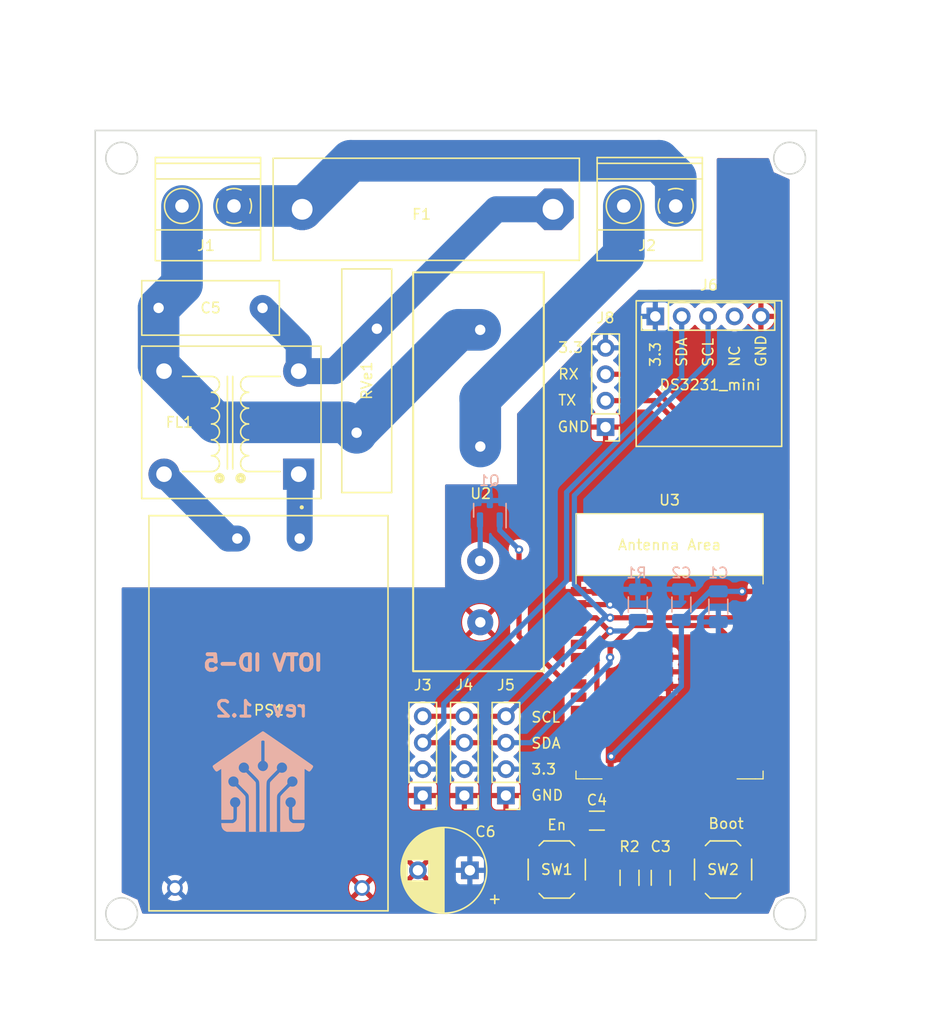
<source format=kicad_pcb>
(kicad_pcb (version 20240108) (generator "pcbnew") (generator_version "8.0")
  (title_block (title "IOTV_ID-5") (date "2023-08-15") (rev "3") (company "Вербкин М.С."))
  (layers (0 "F.Cu" signal) (31 "B.Cu" signal) (34 "B.Paste" user) (35 "F.Paste" user) (36 "B.SilkS" user "B.Silkscreen") (37 "F.SilkS" user "F.Silkscreen") (38 "B.Mask" user) (39 "F.Mask" user) (44 "Edge.Cuts" user))
  (net 0 "")
  (net 1 "GND")
  (net 2 "+3.3V")
  (net 3 "~220")
  (net 4 "EN")
  (net 5 "Net-(C4-Pad1)")
  (net 6 "SDA")
  (net 7 "SCL")
  (net 8 "SSD-1")
  (net 9 "Net-(J1-Pin_1)")
  (net 10 "Net-(PS1-AC2)")
  (net 11 "Net-(PS1-AC1)")
  (net 12 "SSD-2")
  (net 14 "U0TX")
  (net 15 "U0RX")
  (net 16 "GPIO0")
  (net 17 "ssr+")
  (net 18 "GPIO32")
  (footprint "Capacitor_THT:C_Rect_L13.0mm_W5.0mm_P10.00mm_FKS3_FKP3_MKS4" (layer "F.Cu") (at 117.694 67.998 180)
    (property "Reference" "C5" (at 5 0 0) (layer "F.SilkS"))
    (property "Value" "C_Generic")
    (pad "1" thru_hole circle (at 0 0 180) (size 2 2) (drill 1) (layers "*.Cu" "*.Mask") (net 3 "~220"))
    (pad "2" thru_hole circle (at 10 0 180) (size 2 2) (drill 1) (layers "*.Cu" "*.Mask") (net 8 "SSD-1"))
  )
  (footprint "Connector_PinHeader_2.54mm:PinHeader_1x04_P2.54mm_Vertical" (layer "F.Cu") (at 150.693 79.454 180)
    (property "Reference" "J8" (at 0 10.5 0) (layer "F.SilkS"))
    (property "Value" "UART")
    (pad "1" thru_hole rect (at 0 0 180) (size 1.7 1.7) (drill 1) (layers "*.Cu" "*.Mask") (net 1 "GND"))
    (pad "2" thru_hole oval (at 0 2.54 180) (size 1.7 1.7) (drill 1) (layers "*.Cu" "*.Mask") (net 14 "U0TX"))
    (pad "3" thru_hole oval (at 0 5.08 180) (size 1.7 1.7) (drill 1) (layers "*.Cu" "*.Mask") (net 15 "U0RX"))
    (pad "4" thru_hole oval (at 0 7.62 180) (size 1.7 1.7) (drill 1) (layers "*.Cu" "*.Mask") (net 2 "+3.3V"))
  )
  (footprint "Button_Switch_SMD:SW_SPST_TL3342" (layer "F.Cu") (at 162 121.998)
    (property "Reference" "SW2" (at 0 0 0) (layer "F.SilkS"))
    (property "Value" "Boot")
    (pad "1" smd rect (at -3.15 -1.9) (size 1.7 1) (layers "F.Cu" "F.Paste" "F.Mask") (net 16 "GPIO0"))
    (pad "1" smd rect (at 3.15 -1.9) (size 1.7 1) (layers "F.Cu" "F.Paste" "F.Mask") (net 16 "GPIO0"))
    (pad "2" smd rect (at -3.15 1.9) (size 1.7 1) (layers "F.Cu" "F.Paste" "F.Mask") (net 1 "GND"))
    (pad "2" smd rect (at 3.15 1.9) (size 1.7 1) (layers "F.Cu" "F.Paste" "F.Mask") (net 1 "GND"))
  )
  (footprint "Connector_PinHeader_2.54mm:PinHeader_1x04_P2.54mm_Vertical" (layer "F.Cu") (at 133.1092 114.8842 180)
    (property "Reference" "J3" (at 0 10.62 180) (layer "F.SilkS"))
    (property "Value" "Conn_01x04")
    (pad "1" thru_hole rect (at 0 0 180) (size 1.7 1.7) (drill 1) (layers "*.Cu" "*.Mask") (net 1 "GND"))
    (pad "2" thru_hole oval (at 0 2.54 180) (size 1.7 1.7) (drill 1) (layers "*.Cu" "*.Mask") (net 2 "+3.3V"))
    (pad "3" thru_hole oval (at 0 5.08 180) (size 1.7 1.7) (drill 1) (layers "*.Cu" "*.Mask") (net 6 "SDA"))
    (pad "4" thru_hole oval (at 0 7.62 180) (size 1.7 1.7) (drill 1) (layers "*.Cu" "*.Mask") (net 7 "SCL"))
  )
  (footprint "Connector_PinHeader_2.54mm:PinHeader_1x04_P2.54mm_Vertical" (layer "F.Cu") (at 141.1092 114.8842 180)
    (property "Reference" "J5" (at 0 10.62 180) (layer "F.SilkS"))
    (property "Value" "Conn_01x04")
    (pad "1" thru_hole rect (at 0 0 180) (size 1.7 1.7) (drill 1) (layers "*.Cu" "*.Mask") (net 1 "GND"))
    (pad "2" thru_hole oval (at 0 2.54 180) (size 1.7 1.7) (drill 1) (layers "*.Cu" "*.Mask") (net 2 "+3.3V"))
    (pad "3" thru_hole oval (at 0 5.08 180) (size 1.7 1.7) (drill 1) (layers "*.Cu" "*.Mask") (net 6 "SDA"))
    (pad "4" thru_hole oval (at 0 7.62 180) (size 1.7 1.7) (drill 1) (layers "*.Cu" "*.Mask") (net 7 "SCL"))
  )
  (footprint "Capacitor_SMD:C_1206_3216Metric" (layer "F.Cu") (at 149.86 117.2972 180)
    (property "Reference" "C4" (at 0 1.9812 0) (layer "F.SilkS"))
    (property "Value" "C_Generic")
    (pad "1" smd roundrect (at -1.475 0 180) (size 1.15 1.8) (layers "F.Cu" "F.Paste" "F.Mask") (roundrect_rratio 0.2173913043) (net 5 "Net-(C4-Pad1)"))
    (pad "2" smd roundrect (at 1.475 0 180) (size 1.15 1.8) (layers "F.Cu" "F.Paste" "F.Mask") (roundrect_rratio 0.2173913043) (net 1 "GND"))
  )
  (footprint "Fuse:Fuseholder_Cylinder-5x20mm_Schurter_0031_8201_Horizontal_Open_v2" (layer "F.Cu") (at 121.506 58.513)
    (property "Reference" "F1" (at 11.489 0.485 0) (layer "F.SilkS"))
    (property "Value" "0.5")
    (pad "1" thru_hole circle (at 0 0) (size 4 4) (drill 2) (layers "*.Cu" "*.Mask") (net 9 "Net-(J1-Pin_1)"))
    (pad "2" thru_hole custom (at 24.13 0) (size 4 4) (drill 2) (layers "*.Cu" "*.Mask") (net 3 "~220") (options (clearance convexhull) (anchor circle)) (primitives (gr_poly (pts (xy 1.95 0.807717) (xy 0.807717 1.95) (xy -0.807717 1.95) (xy -1.95 0.807717) (xy -1.95 -0.807717) (xy -0.807717 -1.95) (xy 0.807717 -1.95) (xy 1.95 -0.807717)) (width 0.1) (fill yes))))
  )
  (footprint "HLK-5M05:CONV_HLK-5M05" (layer "F.Cu") (at 118.2652 106.97 -90)
    (property "Reference" "PS1" (at -0.29 -0.048 0) (layer "F.SilkS"))
    (property "Value" "HLK-5M05")
    (pad "1" thru_hole circle (at -16.8 -3 270) (size 2 2) (drill 1) (layers "*.Cu" "*.Mask") (net 11 "Net-(PS1-AC1)"))
    (pad "2" thru_hole circle (at -16.8 3 270) (size 2 2) (drill 1) (layers "*.Cu" "*.Mask") (net 10 "Net-(PS1-AC2)"))
    (pad "3" thru_hole circle (at 16.8 -9 270) (size 1.5 1.5) (drill 1) (layers "*.Cu" "*.Mask") (net 1 "GND"))
    (pad "4" thru_hole circle (at 16.8 9 270) (size 1.5 1.5) (drill 1) (layers "*.Cu" "*.Mask") (net 2 "+3.3V"))
  )
  (footprint "Resistor_SMD:R_1206_3216Metric" (layer "F.Cu") (at 153 122.794 90)
    (property "Reference" "R2" (at 3 0 0) (layer "F.SilkS"))
    (property "Value" "5K")
    (pad "1" smd roundrect (at -1.4625 0 90) (size 1.125 1.75) (layers "F.Cu" "F.Paste" "F.Mask") (roundrect_rratio 0.2222222222) (net 5 "Net-(C4-Pad1)"))
    (pad "2" smd roundrect (at 1.4625 0 90) (size 1.125 1.75) (layers "F.Cu" "F.Paste" "F.Mask") (roundrect_rratio 0.2222222222) (net 4 "EN"))
  )
  (footprint "Library:G7DA-28" (layer "F.Cu") (at 139.2682 77.724 -90)
    (property "Reference" "U2" (at 8.128 0.5842 0) (layer "F.SilkS"))
    (property "Value" "G7DA-28 (Z)D3 8A/240V (3-32V)")
    (pad "11" thru_hole circle (at -7.62 0.635 270) (size 2.5 2.5) (drill 1) (layers "*.Cu" "*.Mask") (net 8 "SSD-1"))
    (pad "14" thru_hole circle (at 3.6 0.625 270) (size 2.5 2.5) (drill 1) (layers "*.Cu" "*.Mask") (net 12 "SSD-2"))
    (pad "A1" thru_hole circle (at 14.605 0.635 270) (size 2.5 2.5) (drill 1) (layers "*.Cu" "*.Mask") (net 17 "ssr+"))
    (pad "A2" thru_hole circle (at 20.5 0.625 270) (size 2.5 2.5) (drill 1) (layers "*.Cu" "*.Mask") (net 1 "GND"))
  )
  (footprint "TerminalBlock_Phoenix:TerminalBlock_Phoenix_MKDS-1,5-2_1x02_P5.00mm_Horizontal" (layer "F.Cu") (at 114.944 58.193 180)
    (property "Reference" "J1" (at 2.691 -3.805 0) (layer "F.SilkS"))
    (property "Value" "Screw_Terminal_01x02")
    (pad "1" thru_hole rect (at 0 0 180) (size 2.6 2.6) (drill 1.3) (layers "*.Cu" "*.Mask") (net 9 "Net-(J1-Pin_1)"))
    (pad "2" thru_hole circle (at 5 0 180) (size 2.6 2.6) (drill 1.3) (layers "*.Cu" "*.Mask") (net 8 "SSD-1"))
  )
  (footprint "Connector_PinHeader_2.54mm:PinHeader_1x04_P2.54mm_Vertical" (layer "F.Cu") (at 137.1092 114.8842 180)
    (property "Reference" "J4" (at 0 10.62 180) (layer "F.SilkS"))
    (property "Value" "Conn_01x04")
    (pad "1" thru_hole rect (at 0 0 180) (size 1.7 1.7) (drill 1) (layers "*.Cu" "*.Mask") (net 1 "GND"))
    (pad "2" thru_hole oval (at 0 2.54 180) (size 1.7 1.7) (drill 1) (layers "*.Cu" "*.Mask") (net 2 "+3.3V"))
    (pad "3" thru_hole oval (at 0 5.08 180) (size 1.7 1.7) (drill 1) (layers "*.Cu" "*.Mask") (net 6 "SDA"))
    (pad "4" thru_hole oval (at 0 7.62 180) (size 1.7 1.7) (drill 1) (layers "*.Cu" "*.Mask") (net 7 "SCL"))
  )
  (footprint "Button_Switch_SMD:SW_SPST_TL3342" (layer "F.Cu") (at 146 121.998)
    (property "Reference" "SW1" (at 0 0 0) (layer "F.SilkS"))
    (property "Value" "RST")
    (pad "1" smd rect (at -3.15 -1.9) (size 1.7 1) (layers "F.Cu" "F.Paste" "F.Mask") (net 5 "Net-(C4-Pad1)"))
    (pad "1" smd rect (at 3.15 -1.9) (size 1.7 1) (layers "F.Cu" "F.Paste" "F.Mask") (net 5 "Net-(C4-Pad1)"))
    (pad "2" smd rect (at -3.15 1.9) (size 1.7 1) (layers "F.Cu" "F.Paste" "F.Mask") (net 1 "GND"))
    (pad "2" smd rect (at 3.15 1.9) (size 1.7 1) (layers "F.Cu" "F.Paste" "F.Mask") (net 1 "GND"))
  )
  (footprint "Capacitor_THT:CP_Radial_D8.0mm_P5.00mm" (layer "F.Cu") (at 137.6398 122.0724 180)
    (property "Reference" "C6" (at -1.5014 3.7084 180) (layer "F.SilkS"))
    (property "Value" "C_Generic")
    (pad "1" thru_hole rect (at 0 0 180) (size 1.7 1.7) (drill 1) (layers "*.Cu" "*.Mask") (net 2 "+3.3V"))
    (pad "2" thru_hole circle (at 5 0 180) (size 1.7 1.7) (drill 1) (layers "*.Cu" "*.Mask") (net 1 "GND"))
  )
  (footprint "PCM_Inductor_THT_AKL:L_CommonMode_Toroid_Vertical_10x13mm" (layer "F.Cu") (at 121.171 83.98275 180)
    (property "Reference" "FL1" (at 11.477 4.98475 180) (layer "F.SilkS"))
    (property "Value" "Filter_EMI_LL" (hide yes))
    (pad "1" thru_hole rect (at 0 0 180) (size 3 3) (drill 1.5) (layers "*.Cu" "*.Mask") (net 11 "Net-(PS1-AC1)"))
    (pad "2" thru_hole circle (at 0 9.906 180) (size 3 3) (drill 1.5) (layers "*.Cu" "*.Mask") (net 3 "~220"))
    (pad "3" thru_hole circle (at 12.954 9.906 180) (size 3 3) (drill 1.5) (layers "*.Cu" "*.Mask") (net 8 "SSD-1"))
    (pad "4" thru_hole circle (at 12.954 0 180) (size 3 3) (drill 1.5) (layers "*.Cu" "*.Mask") (net 10 "Net-(PS1-AC2)"))
  )
  (footprint "TerminalBlock_Phoenix:TerminalBlock_Phoenix_MKDS-1,5-2_1x02_P5.00mm_Horizontal" (layer "F.Cu") (at 157.464 58.173 180)
    (property "Reference" "J2" (at 2.77 -3.825 180) (layer "F.SilkS"))
    (property "Value" "Screw_Terminal_01x02")
    (pad "1" thru_hole rect (at 0.02 -0.02 180) (size 2.6 2.6) (drill 1.3) (layers "*.Cu" "*.Mask") (net 9 "Net-(J1-Pin_1)"))
    (pad "2" thru_hole circle (at 5.02 -0.02 180) (size 2.6 2.6) (drill 1.3) (layers "*.Cu" "*.Mask") (net 12 "SSD-2"))
  )
  (footprint "Connector_PinHeader_2.54mm:PinHeader_1x05_P2.54mm_Vertical" (layer "F.Cu") (at 155.48 68.81 90)
    (property "Reference" "J6" (at 3 5.16 180) (layer "F.SilkS"))
    (property "Value" "Conn_01x05")
    (pad "1" thru_hole rect (at 0 0 90) (size 1.7 1.7) (drill 1) (layers "*.Cu" "*.Mask") (net 2 "+3.3V"))
    (pad "2" thru_hole oval (at 0 2.54 90) (size 1.7 1.7) (drill 1) (layers "*.Cu" "*.Mask") (net 6 "SDA"))
    (pad "3" thru_hole oval (at 0 5.08 90) (size 1.7 1.7) (drill 1) (layers "*.Cu" "*.Mask") (net 7 "SCL"))
    (pad "4" thru_hole oval (at 0 7.62 90) (size 1.7 1.7) (drill 1) (layers "*.Cu" "*.Mask"))
    (pad "5" thru_hole oval (at 0 10.16 90) (size 1.7 1.7) (drill 1) (layers "*.Cu" "*.Mask") (net 1 "GND"))
  )
  (footprint "Varistor:RV_Disc_D21.5mm_W4.8mm_P10mm" (layer "F.Cu") (at 128.694 69.998 -90)
    (property "Reference" "RVe1" (at 5 0.975 90) (layer "F.SilkS"))
    (property "Value" "Varistor")
    (pad "1" thru_hole circle (at 0 0 270) (size 2 2) (drill 1) (layers "*.Cu" "*.Mask") (net 3 "~220"))
    (pad "2" thru_hole circle (at 10 1.95 270) (size 2 2) (drill 1) (layers "*.Cu" "*.Mask") (net 8 "SSD-1"))
  )
  (footprint "PCM_Espressif:ESP32-WROOM-32E" (layer "F.Cu") (at 156.85 102.28)
    (property "Reference" "U3" (at 0 -15.8 0) (layer "F.SilkS"))
    (property "Value" "ESP32-WROOM-E")
    (fp_text user "Antenna Area" (at 0 -11.5 0) (layer "F.SilkS"))
    (pad "1" smd rect (at -8.75 -7.01) (size 1.5 0.9) (layers "F.Cu" "F.Paste" "F.Mask") (net 1 "GND"))
    (pad "2" smd rect (at -8.75 -5.74) (size 1.5 0.9) (layers "F.Cu" "F.Paste" "F.Mask") (net 2 "+3.3V"))
    (pad "3" smd rect (at -8.75 -4.47) (size 1.5 0.9) (layers "F.Cu" "F.Paste" "F.Mask") (net 4 "EN"))
    (pad "4" smd rect (at -8.75 -3.2) (size 1.5 0.9) (layers "F.Cu" "F.Paste" "F.Mask"))
    (pad "5" smd rect (at -8.75 -1.93) (size 1.5 0.9) (layers "F.Cu" "F.Paste" "F.Mask"))
    (pad "6" smd rect (at -8.75 -0.66) (size 1.5 0.9) (layers "F.Cu" "F.Paste" "F.Mask"))
    (pad "7" smd rect (at -8.75 0.61) (size 1.5 0.9) (layers "F.Cu" "F.Paste" "F.Mask"))
    (pad "8" smd rect (at -8.75 1.88) (size 1.5 0.9) (layers "F.Cu" "F.Paste" "F.Mask") (net 18 "GPIO32"))
    (pad "9" smd rect (at -8.75 3.15) (size 1.5 0.9) (layers "F.Cu" "F.Paste" "F.Mask"))
    (pad "10" smd rect (at -8.75 4.42) (size 1.5 0.9) (layers "F.Cu" "F.Paste" "F.Mask"))
    (pad "11" smd rect (at -8.75 5.69) (size 1.5 0.9) (layers "F.Cu" "F.Paste" "F.Mask"))
    (pad "12" smd rect (at -8.75 6.96) (size 1.5 0.9) (layers "F.Cu" "F.Paste" "F.Mask"))
    (pad "13" smd rect (at -8.75 8.23) (size 1.5 0.9) (layers "F.Cu" "F.Paste" "F.Mask"))
    (pad "14" smd rect (at -8.75 9.5) (size 1.5 0.9) (layers "F.Cu" "F.Paste" "F.Mask"))
    (pad "15" smd rect (at -5.72 10.75 90) (size 1.5 0.9) (layers "F.Cu" "F.Paste" "F.Mask") (net 1 "GND"))
    (pad "16" smd rect (at -4.45 10.75 90) (size 1.5 0.9) (layers "F.Cu" "F.Paste" "F.Mask"))
    (pad "17" smd rect (at -3.18 10.75 90) (size 1.5 0.9) (layers "F.Cu" "F.Paste" "F.Mask"))
    (pad "18" smd rect (at -1.91 10.75 90) (size 1.5 0.9) (layers "F.Cu" "F.Paste" "F.Mask"))
    (pad "19" smd rect (at -0.64 10.75 90) (size 1.5 0.9) (layers "F.Cu" "F.Paste" "F.Mask"))
    (pad "20" smd rect (at 0.63 10.75 90) (size 1.5 0.9) (layers "F.Cu" "F.Paste" "F.Mask"))
    (pad "21" smd rect (at 1.9 10.75 90) (size 1.5 0.9) (layers "F.Cu" "F.Paste" "F.Mask"))
    (pad "22" smd rect (at 3.17 10.75 90) (size 1.5 0.9) (layers "F.Cu" "F.Paste" "F.Mask"))
    (pad "23" smd rect (at 4.44 10.75 90) (size 1.5 0.9) (layers "F.Cu" "F.Paste" "F.Mask"))
    (pad "24" smd rect (at 5.71 10.75 90) (size 1.5 0.9) (layers "F.Cu" "F.Paste" "F.Mask"))
    (pad "25" smd rect (at 8.75 9.5 180) (size 1.5 0.9) (layers "F.Cu" "F.Paste" "F.Mask") (net 16 "GPIO0"))
    (pad "26" smd rect (at 8.75 8.23 180) (size 1.5 0.9) (layers "F.Cu" "F.Paste" "F.Mask"))
    (pad "27" smd rect (at 8.75 6.96 180) (size 1.5 0.9) (layers "F.Cu" "F.Paste" "F.Mask"))
    (pad "28" smd rect (at 8.75 5.69 180) (size 1.5 0.9) (layers "F.Cu" "F.Paste" "F.Mask"))
    (pad "29" smd rect (at 8.75 4.42 180) (size 1.5 0.9) (layers "F.Cu" "F.Paste" "F.Mask"))
    (pad "30" smd rect (at 8.75 3.15 180) (size 1.5 0.9) (layers "F.Cu" "F.Paste" "F.Mask"))
    (pad "31" smd rect (at 8.75 1.88 180) (size 1.5 0.9) (layers "F.Cu" "F.Paste" "F.Mask"))
    (pad "32" smd rect (at 8.75 0.61 180) (size 1.5 0.9) (layers "F.Cu" "F.Paste" "F.Mask"))
    (pad "33" smd rect (at 8.75 -0.66 180) (size 1.5 0.9) (layers "F.Cu" "F.Paste" "F.Mask") (net 6 "SDA"))
    (pad "34" smd rect (at 8.75 -1.93 180) (size 1.5 0.9) (layers "F.Cu" "F.Paste" "F.Mask") (net 15 "U0RX"))
    (pad "35" smd rect (at 8.75 -3.2 180) (size 1.5 0.9) (layers "F.Cu" "F.Paste" "F.Mask") (net 14 "U0TX"))
    (pad "36" smd rect (at 8.75 -4.47 180) (size 1.5 0.9) (layers "F.Cu" "F.Paste" "F.Mask") (net 7 "SCL"))
    (pad "37" smd rect (at 8.75 -5.74 180) (size 1.5 0.9) (layers "F.Cu" "F.Paste" "F.Mask"))
    (pad "38" smd rect (at 8.75 -7.01 180) (size 1.5 0.9) (layers "F.Cu" "F.Paste" "F.Mask") (net 1 "GND"))
    (pad "39" smd rect (at -2.9 -0.69 180) (size 0.9 0.9) (layers "F.Cu" "F.Paste" "F.Mask") (net 1 "GND"))
    (pad "39" smd rect (at -2.9 -0.69 180) (size 0.9 0.9) (layers "F.Cu" "F.Paste" "F.Mask") (net 1 "GND"))
    (pad "39" smd rect (at -2.9 0.71 180) (size 0.9 0.9) (layers "F.Cu" "F.Paste" "F.Mask") (net 1 "GND"))
    (pad "39" smd rect (at -2.9 2.11 180) (size 0.9 0.9) (layers "F.Cu" "F.Paste" "F.Mask") (net 1 "GND"))
    (pad "39" smd rect (at -2.9 2.11 180) (size 0.9 0.9) (layers "F.Cu" "F.Paste" "F.Mask") (net 1 "GND"))
    (pad "39" smd rect (at -1.5 -0.69 180) (size 0.9 0.9) (layers "F.Cu" "F.Paste" "F.Mask") (net 1 "GND"))
    (pad "39" smd rect (at -1.5 0.71 180) (size 0.9 0.9) (layers "F.Cu" "F.Paste" "F.Mask") (net 1 "GND"))
    (pad "39" smd rect (at -1.5 2.11 180) (size 0.9 0.9) (layers "F.Cu" "F.Paste" "F.Mask") (net 1 "GND"))
    (pad "39" smd rect (at -1.5 2.11 180) (size 0.9 0.9) (layers "F.Cu" "F.Paste" "F.Mask") (net 1 "GND"))
    (pad "39" smd rect (at -0.1 -0.69 180) (size 0.9 0.9) (layers "F.Cu" "F.Paste" "F.Mask") (net 1 "GND"))
    (pad "39" smd rect (at -0.1 0.71 180) (size 0.9 0.9) (layers "F.Cu" "F.Paste" "F.Mask") (net 1 "GND"))
    (pad "39" smd rect (at -0.1 2.11 180) (size 0.9 0.9) (layers "F.Cu" "F.Paste" "F.Mask") (net 1 "GND"))
    (zone (net 0) (net_name "") (layers "*.Cu") (name "antenna keepout") (connect_pads (clearance 0)) (min_thickness 0.254)
      (keepout (tracks not_allowed) (vias not_allowed) (pads not_allowed) (copperpour not_allowed) (footprints not_allowed))
      (fill (thermal_gap 0.508) (thermal_bridge_width 0.508))
      (polygon (pts (xy 165.85 93.73) (xy 147.85 93.73) (xy 147.85 87.78) (xy 165.85 87.78)))
    )
  )
  (footprint "Capacitor_SMD:C_1206_3216Metric" (layer "F.Cu") (at 156 122.794 -90)
    (property "Reference" "C3" (at -3 0 0) (layer "F.SilkS"))
    (property "Value" "C_Generic")
    (pad "1" smd roundrect (at -1.475 0 270) (size 1.15 1.8) (layers "F.Cu" "F.Paste" "F.Mask") (roundrect_rratio 0.2173913043) (net 4 "EN"))
    (pad "2" smd roundrect (at 1.475 0 270) (size 1.15 1.8) (layers "F.Cu" "F.Paste" "F.Mask") (roundrect_rratio 0.2173913043) (net 1 "GND"))
  )
  (footprint "Capacitor_SMD:C_1206_3216Metric" (layer "B.Cu") (at 161.544 96.725 90)
    (property "Reference" "C1" (at 3.253 0 0) (layer "B.SilkS") (effects (justify mirror)))
    (property "Value" "C_Generic")
    (pad "1" smd roundrect (at -1.475 0 90) (size 1.15 1.8) (layers "B.Cu" "B.Paste" "B.Mask") (roundrect_rratio 0.2173913043) (net 2 "+3.3V"))
    (pad "2" smd roundrect (at 1.475 0 90) (size 1.15 1.8) (layers "B.Cu" "B.Paste" "B.Mask") (roundrect_rratio 0.2173913043) (net 1 "GND"))
  )
  (footprint "Package_TO_SOT_SMD:SOT-23" (layer "B.Cu") (at 139.5628 87.4545 90)
    (property "Reference" "Q1" (at 2.8471 -0.0406 0) (layer "B.SilkS") (effects (justify mirror)))
    (property "Value" "S8050")
    (pad "1" smd roundrect (at -0.9375 0.95 90) (size 1.475 0.6) (layers "B.Cu" "B.Paste" "B.Mask") (net 18 "GPIO32"))
    (pad "2" smd roundrect (at -0.9375 -0.95 90) (size 1.475 0.6) (layers "B.Cu" "B.Paste" "B.Mask") (net 17 "ssr+"))
    (pad "3" smd roundrect (at 0.9375 0 90) (size 1.475 0.6) (layers "B.Cu" "B.Paste" "B.Mask") (net 2 "+3.3V"))
  )
  (footprint "Symbol:logo_10x10" (layer "B.Cu") (at 117.729 113.538 180)
    (property "Reference" "G***" (hide yes))
    (property "Value" "LOGO" (hide yes))
  )
  (footprint "Resistor_SMD:R_1206_3216Metric" (layer "B.Cu") (at 153.797 96.52 -90)
    (property "Reference" "R1" (at -3.048 0.127 0) (layer "B.SilkS") (effects (justify mirror)))
    (property "Value" "10K")
    (pad "1" smd roundrect (at -1.4625 0 270) (size 1.125 1.75) (layers "B.Cu" "B.Paste" "B.Mask") (roundrect_rratio 0.2222222222) (net 2 "+3.3V"))
    (pad "2" smd roundrect (at 1.4625 0 270) (size 1.125 1.75) (layers "B.Cu" "B.Paste" "B.Mask") (roundrect_rratio 0.2222222222) (net 4 "EN"))
  )
  (footprint "Capacitor_SMD:C_1206_3216Metric" (layer "B.Cu") (at 157.988 96.52 -90)
    (property "Reference" "C2" (at -3.048 0 0) (layer "B.SilkS") (effects (justify mirror)))
    (property "Value" "C_Generic")
    (pad "1" smd roundrect (at -1.475 0 270) (size 1.15 1.8) (layers "B.Cu" "B.Paste" "B.Mask") (roundrect_rratio 0.2173913043) (net 2 "+3.3V"))
    (pad "2" smd roundrect (at 1.475 0 270) (size 1.15 1.8) (layers "B.Cu" "B.Paste" "B.Mask") (roundrect_rratio 0.2173913043) (net 1 "GND"))
  )
  (gr_line (start 167.64 81.31) (end 153.64 81.31) (stroke (width 0.15)) (layer "F.SilkS"))
  (gr_line (start 153.64 67.31) (end 167.64 67.31) (stroke (width 0.15)) (layer "F.SilkS"))
  (gr_line (start 153.64 81.31) (end 153.64 67.31) (stroke (width 0.15)) (layer "F.SilkS"))
  (gr_line (start 167.64 67.31) (end 167.64 81.31) (stroke (width 0.15)) (layer "F.SilkS"))
  (gr_circle (center 104.14 126.238) (end 105.664 126.238) (stroke (width 0.15)) (fill none) (layer "Edge.Cuts"))
  (gr_rect (start 101.6 50.934) (end 170.976 128.778) (stroke (width 0.15)) (fill none) (layer "Edge.Cuts"))
  (gr_circle (center 104.14 53.594) (end 105.664 53.594) (stroke (width 0.15)) (fill none) (layer "Edge.Cuts"))
  (gr_circle (center 168.402 126.238) (end 169.926 126.238) (stroke (width 0.15)) (fill none) (layer "Edge.Cuts"))
  (gr_circle (center 168.402 53.594) (end 169.926 53.594) (stroke (width 0.15)) (fill none) (layer "Edge.Cuts"))
  (gr_text "rev. 1.2" (at 122.174 107.442 0) (layer "B.SilkS") (effects (font (size 1.5 1.5) (thickness 0.3) (bold yes)) (justify left bottom mirror)))
  (gr_text "IOTV ID-5" (at 117.729 102.997 0) (layer "B.SilkS") (effects (font (size 1.5 1.5) (thickness 0.375) (bold yes)) (justify bottom mirror)))
  (gr_text "RX" (at 146.05 74.954 0) (layer "F.SilkS") (effects (font (size 1 1)) (justify left bottom)))
  (gr_text "3.3" (at 146.05 72.39 0) (layer "F.SilkS") (effects (font (size 1 1)) (justify left bottom)))
  (gr_text "Boot" (at 160.5 118.1608 0) (layer "F.SilkS") (effects (font (size 1 1)) (justify left bottom)))
  (gr_text "SCL" (at 161.15 73.754 90) (layer "F.SilkS") (effects (font (size 1 1)) (justify left bottom)))
  (gr_text "GND" (at 145.994 80.01 0) (layer "F.SilkS") (effects (font (size 1 1)) (justify left bottom)))
  (gr_text "SDA" (at 143.4592 110.4392 0) (layer "F.SilkS") (effects (font (size 1 1)) (justify left bottom)))
  (gr_text "GND" (at 143.4592 115.4392 0) (layer "F.SilkS") (effects (font (size 1 1)) (justify left bottom)))
  (gr_text "3.3" (at 143.4592 112.9392 0) (layer "F.SilkS") (effects (font (size 1 1)) (justify left bottom)))
  (gr_text "SCL" (at 143.4592 107.9392 0) (layer "F.SilkS") (effects (font (size 1 1)) (justify left bottom)))
  (gr_text "SDA" (at 158.61 73.754 90) (layer "F.SilkS") (effects (font (size 1 1)) (justify left bottom)))
  (gr_text "En" (at 145 118.294 0) (layer "F.SilkS") (effects (font (size 1 1)) (justify left bottom)))
  (gr_text "TX" (at 146.05 77.454 0) (layer "F.SilkS") (effects (font (size 1 1)) (justify left bottom)))
  (gr_text "3.3" (at 156.07 73.754 90) (layer "F.SilkS") (effects (font (size 1 1)) (justify left bottom)))
  (gr_text "GND" (at 166.23 73.754 90) (layer "F.SilkS") (effects (font (size 1 1)) (justify left bottom)))
  (gr_text "NC" (at 163.69 73.754 90) (layer "F.SilkS") (effects (font (size 1 1)) (justify left bottom)))
  (gr_text "DS3231_mini" (at 160.7468 75.3976 0) (layer "F.SilkS") (effects (font (size 1 1))))
  (segment (start 151.225 113.01) (end 151.225 111.1316) (width 0.5) (layer "F.Cu") (net 1))
  (segment (start 151.225 111.1316) (end 151.2316 111.125) (width 0.5) (layer "F.Cu") (net 1))
  (segment (start 165.695 95.25) (end 163.83 95.25) (width 0.5) (layer "F.Cu") (net 1))
  (via (at 163.83 95.25) (size 0.8) (drill 0.4) (layers "F.Cu" "B.Cu") (net 1))
  (via (at 151.2316 111.125) (size 0.8) (drill 0.4) (layers "F.Cu" "B.Cu") (net 1))
  (segment (start 157.988 104.3686) (end 151.2316 111.125) (width 0.5) (layer "B.Cu") (net 1))
  (segment (start 161.544 95.25) (end 163.83 95.25) (width 0.5) (layer "B.Cu") (net 1))
  (segment (start 161.544 95.25) (end 160.733 95.25) (width 0.5) (layer "B.Cu") (net 1))
  (segment (start 160.733 95.25) (end 157.988 97.995) (width 0.5) (layer "B.Cu") (net 1))
  (segment (start 157.988 97.995) (end 157.988 104.3686) (width 0.5) (layer "B.Cu") (net 1))
  (segment (start 148.195 96.52) (end 151.13 96.52) (width 0.5) (layer "F.Cu") (net 2))
  (via (at 151.13 96.52) (size 0.8) (drill 0.4) (layers "F.Cu" "B.Cu") (net 2))
  (segment (start 121.171 74.07675) (end 121.171 71.475) (width 2.5) (layer "B.Cu") (net 3))
  (segment (start 124.61525 74.07675) (end 128.694 69.998) (width 2.5) (layer "B.Cu") (net 3))
  (segment (start 140.179 58.513) (end 128.694 69.998) (width 2.5) (layer "B.Cu") (net 3))
  (segment (start 145.636 58.513) (end 140.179 58.513) (width 2.5) (layer "B.Cu") (net 3))
  (segment (start 121.171 74.07675) (end 124.61525 74.07675) (width 2.5) (layer "B.Cu") (net 3))
  (segment (start 121.171 71.475) (end 117.694 67.998) (width 2.5) (layer "B.Cu") (net 3))
  (segment (start 151.035 99.06) (end 151.13 99.06) (width 0.5) (layer "F.Cu") (net 4))
  (segment (start 149.765 97.79) (end 151.035 99.06) (width 0.5) (layer "F.Cu") (net 4))
  (segment (start 156 118.8652) (end 152.2984 115.1636) (width 0.5) (layer "F.Cu") (net 4))
  (segment (start 156 121.319) (end 153.0125 121.319) (width 0.5) (layer "F.Cu") (net 4))
  (segment (start 148.195 97.79) (end 149.765 97.79) (width 0.5) (layer "F.Cu") (net 4))
  (segment (start 153.0125 121.319) (end 153 121.3315) (width 0.5) (layer "F.Cu") (net 4))
  (segment (start 149.86 100.33) (end 151.13 99.06) (width 0.5) (layer "F.Cu") (net 4))
  (segment (start 151.1786 115.1636) (end 149.86 113.845) (width 0.5) (layer "F.Cu") (net 4))
  (segment (start 149.86 113.845) (end 149.86 100.33) (width 0.5) (layer "F.Cu") (net 4))
  (segment (start 152.2984 115.1636) (end 151.1786 115.1636) (width 0.5) (layer "F.Cu") (net 4))
  (segment (start 156 121.319) (end 156 118.8652) (width 0.5) (layer "F.Cu") (net 4))
  (via (at 151.13 99.06) (size 0.8) (drill 0.4) (layers "F.Cu" "B.Cu") (net 4))
  (segment (start 152.7195 99.06) (end 151.13 99.06) (width 0.5) (layer "B.Cu") (net 4))
  (segment (start 153.797 97.9825) (end 152.7195 99.06) (width 0.5) (layer "B.Cu") (net 4))
  (segment (start 151.335 117.2972) (end 151.335 118.2098) (width 0.5) (layer "F.Cu") (net 5))
  (segment (start 153 124.2565) (end 153 123.948) (width 0.5) (layer "F.Cu") (net 5))
  (segment (start 153 123.948) (end 149.15 120.098) (width 0.5) (layer "F.Cu") (net 5))
  (segment (start 142.85 120.098) (end 149.15 120.098) (width 0.5) (layer "F.Cu") (net 5))
  (segment (start 151.335 118.2098) (end 149.4468 120.098) (width 0.5) (layer "F.Cu") (net 5))
  (segment (start 149.4468 120.098) (end 149.15 120.098) (width 0.5) (layer "F.Cu") (net 5))
  (segment (start 137.1092 109.8042) (end 133.1092 109.8042) (width 0.5) (layer "F.Cu") (net 6))
  (segment (start 164.445 101.6) (end 165.695 101.6) (width 0.5) (layer "F.Cu") (net 6))
  (segment (start 153.301 98.54) (end 161.385 98.54) (width 0.5) (layer "F.Cu") (net 6))
  (segment (start 151.13 101.6) (end 151.13 100.711) (width 0.5) (layer "F.Cu") (net 6))
  (segment (start 141.1092 109.8042) (end 137.1092 109.8042) (width 0.5) (layer "F.Cu") (net 6))
  (segment (start 151.13 100.711) (end 153.301 98.54) (width 0.5) (layer "F.Cu") (net 6))
  (segment (start 161.385 98.54) (end 164.445 101.6) (width 0.5) (layer "F.Cu") (net 6))
  (via (at 151.13 101.6) (size 0.8) (drill 0.4) (layers "F.Cu" "B.Cu") (net 6))
  (segment (start 143.493611 109.8042) (end 141.1092 109.8042) (width 0.5) (layer "B.Cu") (net 6))
  (segment (start 135.128 107.7854) (end 133.1092 109.8042) (width 0.5) (layer "B.Cu") (net 6))
  (segment (start 158.02 68.81) (end 158.02 74.644) (width 0.5) (layer "B.Cu") (net 6))
  (segment (start 146.945 94.228) (end 135.128 106.045) (width 0.5) (layer "B.Cu") (net 6))
  (segment (start 151.13 102.167811) (end 143.493611 109.8042) (width 0.5) (layer "B.Cu") (net 6))
  (segment (start 151.13 101.6) (end 151.13 102.167811) (width 0.5) (layer "B.Cu") (net 6))
  (segment (start 135.128 106.045) (end 135.128 107.7854) (width 0.5) (layer "B.Cu") (net 6))
  (segment (start 158.02 74.644) (end 146.945 85.719) (width 0.5) (layer "B.Cu") (net 6))
  (segment (start 146.945 85.719) (end 146.945 94.228) (width 0.5) (layer "B.Cu") (net 6))
  (segment (start 133.1092 107.2642) (end 137.1092 107.2642) (width 0.5) (layer "F.Cu") (net 7))
  (segment (start 137.1092 107.2642) (end 141.1092 107.2642) (width 0.5) (layer "F.Cu") (net 7))
  (segment (start 165.695 97.79) (end 151.13 97.79) (width 0.5) (layer "F.Cu") (net 7))
  (via (at 151.13 97.79) (size 0.8) (drill 0.4) (layers "F.Cu" "B.Cu") (net 7))
  (segment (start 151.13 97.79) (end 150.876 97.79) (width 0.5) (layer "B.Cu") (net 7))
  (segment (start 141.1092 107.2642) (end 150.5834 97.79) (width 0.5) (layer "B.Cu") (net 7))
  (segment (start 150.876 97.79) (end 147.695 94.609) (width 0.5) (layer "B.Cu") (net 7))
  (segment (start 150.5834 97.79) (end 151.13 97.79) (width 0.5) (layer "B.Cu") (net 7))
  (segment (start 160.56 73.16466) (end 160.56 68.81) (width 0.5) (layer "B.Cu") (net 7))
  (segment (start 147.695 86.02966) (end 160.56 73.16466) (width 0.5) (layer "B.Cu") (net 7))
  (segment (start 147.695 94.609) (end 147.695 86.02966) (width 0.5) (layer "B.Cu") (net 7))
  (segment (start 107.694 73.55375) (end 108.217 74.07675) (width 4) (layer "B.Cu") (net 8))
  (segment (start 109.944 58.193) (end 109.944 65.748) (width 4) (layer "B.Cu") (net 8))
  (segment (start 125.744 78.998) (end 113.13825 78.998) (width 4) (layer "B.Cu") (net 8))
  (segment (start 126.744 79.998) (end 125.744 78.998) (width 4) (layer "B.Cu") (net 8))
  (segment (start 136.5504 70.104) (end 138.6332 70.104) (width 4) (layer "B.Cu") (net 8))
  (segment (start 126.744 79.9104) (end 136.5504 70.104) (width 4) (layer "B.Cu") (net 8))
  (segment (start 113.13825 78.998) (end 108.217 74.07675) (width 4) (layer "B.Cu") (net 8))
  (segment (start 107.694 67.998) (end 107.694 73.55375) (width 4) (layer "B.Cu") (net 8))
  (segment (start 109.944 65.748) (end 107.694 67.998) (width 4) (layer "B.Cu") (net 8))
  (segment (start 126.744 79.998) (end 126.744 79.9104) (width 4) (layer "B.Cu") (net 8))
  (segment (start 157.444 58.193) (end 157.444 55.463) (width 4) (layer "B.Cu") (net 9))
  (segment (start 157.444 55.463) (end 155.829 53.848) (width 4) (layer "B.Cu") (net 9))
  (segment (start 121.186 58.193) (end 121.506 58.513) (width 4) (layer "B.Cu") (net 9))
  (segment (start 155.829 53.848) (end 126.171 53.848) (width 4) (layer "B.Cu") (net 9))
  (segment (start 114.944 58.193) (end 121.186 58.193) (width 4) (layer "B.Cu") (net 9))
  (segment (start 126.171 53.848) (end 121.506 58.513) (width 4) (layer "B.Cu") (net 9))
  (segment (start 108.217 83.98275) (end 114.40425 90.17) (width 2.5) (layer "B.Cu") (net 10))
  (segment (start 114.40425 90.17) (end 115.2652 90.17) (width 2.5) (layer "B.Cu") (net 10))
  (segment (start 121.2652 84.07695) (end 121.171 83.98275) (width 2.5) (layer "B.Cu") (net 11))
  (segment (start 121.2652 90.17) (end 121.2652 84.07695) (width 2.5) (layer "B.Cu") (net 11))
  (segment (start 152.444 62.8972) (end 138.6332 76.708) (width 4) (layer "B.Cu") (net 12))
  (segment (start 152.444 58.193) (end 152.444 62.8972) (width 4) (layer "B.Cu") (net 12))
  (segment (start 138.6332 76.708) (end 138.6432 76.718) (width 4) (layer "B.Cu") (net 12))
  (segment (start 138.6432 76.718) (end 138.6432 81.324) (width 4) (layer "B.Cu") (net 12))
  (segment (start 166.945 98.74) (end 166.625 99.06) (width 0.5) (layer "F.Cu") (net 14))
  (segment (start 155.452554 76.914) (end 166.945 88.406446) (width 0.5) (layer "F.Cu") (net 14))
  (segment (start 166.945 88.406446) (end 166.945 98.74) (width 0.5) (layer "F.Cu") (net 14))
  (segment (start 166.625 99.06) (end 165.695 99.06) (width 0.5) (layer "F.Cu") (net 14))
  (segment (start 150.693 76.914) (end 155.452554 76.914) (width 0.5) (layer "F.Cu") (net 14))
  (segment (start 153.973214 74.374) (end 150.693 74.374) (width 0.5) (layer "F.Cu") (net 15))
  (segment (start 165.695 100.33) (end 166.625 100.33) (width 0.5) (layer "F.Cu") (net 15))
  (segment (start 166.625 100.33) (end 167.695 99.26) (width 0.5) (layer "F.Cu") (net 15))
  (segment (start 167.695 88.095786) (end 153.973214 74.374) (width 0.5) (layer "F.Cu") (net 15))
  (segment (start 167.695 99.26) (end 167.695 88.095786) (width 0.5) (layer "F.Cu") (net 15))
  (segment (start 165.695 119.553) (end 165.15 120.098) (width 0.5) (layer "F.Cu") (net 16))
  (segment (start 158.85 120.098) (end 165.15 120.098) (width 0.5) (layer "F.Cu") (net 16))
  (segment (start 165.695 111.76) (end 165.695 119.553) (width 0.5) (layer "F.Cu") (net 16))
  (segment (start 138.6332 88.4124) (end 138.6128 88.392) (width 0.5) (layer "B.Cu") (net 17))
  (segment (start 138.6332 92.329) (end 138.6332 88.4124) (width 0.5) (layer "B.Cu") (net 17))
  (segment (start 146.945 104.14) (end 142.367 99.562) (width 0.5) (layer "F.Cu") (net 18))
  (segment (start 148.195 104.14) (end 146.945 104.14) (width 0.5) (layer "F.Cu") (net 18))
  (segment (start 142.367 99.562) (end 142.367 91.2368) (width 0.5) (layer "F.Cu") (net 18))
  (via (at 142.367 91.2368) (size 0.8) (drill 0.4) (layers "F.Cu" "B.Cu") (net 18))
  (segment (start 140.5128 88.392) (end 140.5128 89.3826) (width 0.5) (layer "B.Cu") (net 18))
  (segment (start 140.5128 89.3826) (end 142.367 91.2368) (width 0.5) (layer "B.Cu") (net 18))
  (zone (net 1) (net_name "GND") (layer "F.Cu") (connect_pads (clearance 0.6)) (min_thickness 0.25) (fill yes (thermal_gap 0.5) (thermal_bridge_width 0.5) (smoothing chamfer))
    (polygon (pts (xy 104.14 53.598) (xy 142.817 53.552495) (xy 168.402 53.598) (xy 168.402 126.248) (xy 104.14 126.248)))
  )
  (zone (net 0) (net_name "") (layers "F&B.Cu") (connect_pads (clearance 0)) (min_thickness 0.25)
    (keepout (tracks allowed) (vias allowed) (pads allowed) (copperpour not_allowed) (footprints allowed))
    (fill (thermal_gap 0.5) (thermal_bridge_width 0.5))
    (polygon (pts (xy 104.144 126.251518) (xy 106.144 126.251518) (xy 105.671518 124.898) (xy 104.144 124.219518)))
  )
  (zone (net 0) (net_name "") (layers "F&B.Cu") (connect_pads (clearance 0)) (min_thickness 0.25)
    (keepout (tracks allowed) (vias allowed) (pads allowed) (copperpour not_allowed) (footprints allowed))
    (fill (thermal_gap 0.5) (thermal_bridge_width 0.5))
    (polygon (pts (xy 104.14 53.598) (xy 161.3916 53.594) (xy 161.389493 66.2432) (xy 153.875 66.25) (xy 149.86 70.104) (xy 142.18483 78.163204) (xy 142.182226 84.963) (xy 135.255 84.963) (xy 135.255 94.869) (xy 104.14 94.869)))
  )
  (zone (net 0) (net_name "") (layers "F&B.Cu") (connect_pads (clearance 0)) (min_thickness 0.25)
    (keepout (tracks allowed) (vias allowed) (pads allowed) (copperpour not_allowed) (footprints allowed))
    (fill (thermal_gap 0.5) (thermal_bridge_width 0.5))
    (polygon (pts (xy 168.402 126.248) (xy 168.402 124.248) (xy 167.048482 124.720482) (xy 166.37 126.248)))
  )
  (zone (net 0) (net_name "") (layers "F&B.Cu") (connect_pads (clearance 0)) (min_thickness 0.25)
    (keepout (tracks allowed) (vias allowed) (pads allowed) (copperpour not_allowed) (footprints allowed))
    (fill (thermal_gap 0.5) (thermal_bridge_width 0.5))
    (polygon (pts (xy 168.402 53.598) (xy 166.402 53.598) (xy 166.874482 54.951518) (xy 168.402 55.63)))
  )
  (zone (net 2) (net_name "+3.3V") (layer "B.Cu") (priority 1) (connect_pads (clearance 0.6)) (min_thickness 0.25) (fill yes (thermal_gap 0.5) (thermal_bridge_width 0.5))
    (polygon (pts (xy 104.14 53.594) (xy 168.402 53.598) (xy 168.402 126.248) (xy 104.14 126.248)))
  )
)
</source>
